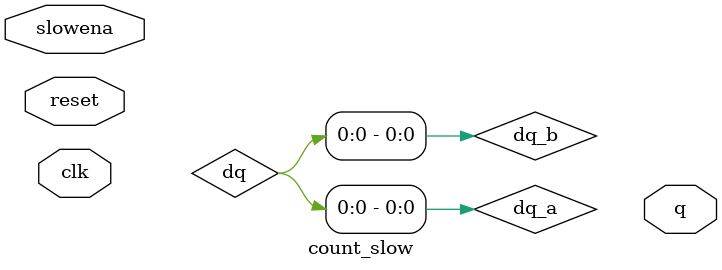
<source format=v>

module count_slow(
    input clk,
    input slowena,
    input reset,
    output reg [3:0] q);

// On the positive edge of the clock:
// if reset is high, reset the output q to 0. 
// Otherwise, only increment the output q if the ena input is high and q is not 9.

// At the negative edge of the clock, the q of the output should be the size of the counter.

// Assign the Q equal to the value of the input as determined by the PRESS VALUE.
reg [3:0] dq;
`timescale 1ns / 1ps

// Different output values of slowena with "delay between press and output"
wire [3:0] dq_a_down = q[3:0] + 1'b1;
wire [3:0] dq_a_up = q[3:0] - 1'b1;
wire dq_a = dq[3:0];
wire dq_b = dq[3:0];
wire dq_c = q[3:0] - 1'b1;
wire dq_d = q[3:0] + 1'b1;
endmodule

</source>
